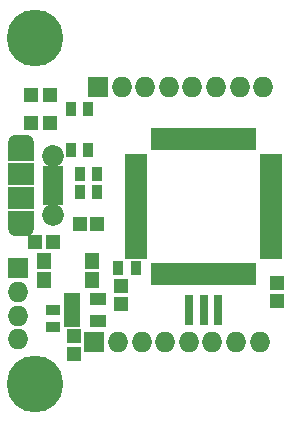
<source format=gbr>
G04 #@! TF.GenerationSoftware,KiCad,Pcbnew,no-vcs-found-33e0758~58~ubuntu16.04.1*
G04 #@! TF.CreationDate,2018-02-07T18:59:58+01:00*
G04 #@! TF.ProjectId,ultrawidebridge,756C747261776964656272696467652E,rev?*
G04 #@! TF.FileFunction,Soldermask,Top*
G04 #@! TF.FilePolarity,Negative*
%FSLAX46Y46*%
G04 Gerber Fmt 4.6, Leading zero omitted, Abs format (unit mm)*
G04 Created by KiCad (PCBNEW no-vcs-found-33e0758~58~ubuntu16.04.1) date Wed Feb  7 18:59:58 2018*
%MOMM*%
%LPD*%
G01*
G04 APERTURE LIST*
%ADD10C,0.100000*%
%ADD11C,4.800000*%
%ADD12R,1.900000X0.950000*%
%ADD13R,0.950000X1.900000*%
%ADD14R,2.300000X1.900000*%
%ADD15C,1.850000*%
%ADD16R,1.750000X0.800000*%
%ADD17O,2.300000X1.600000*%
%ADD18R,2.300000X1.600000*%
%ADD19R,1.150000X1.200000*%
%ADD20R,1.200000X1.150000*%
%ADD21R,1.200000X1.200000*%
%ADD22O,1.750000X1.750000*%
%ADD23R,1.750000X1.750000*%
%ADD24R,1.300000X1.400000*%
%ADD25R,0.900000X1.300000*%
%ADD26R,1.300000X0.900000*%
%ADD27R,1.460000X1.050000*%
%ADD28R,0.800000X2.500000*%
G04 APERTURE END LIST*
D10*
D11*
X162250000Y-144750000D03*
D12*
X170800000Y-125750000D03*
X170800000Y-126550000D03*
X170800000Y-127350000D03*
X170800000Y-128150000D03*
X170800000Y-128950000D03*
X170800000Y-129750000D03*
X170800000Y-130550000D03*
X170800000Y-131350000D03*
X170800000Y-132150000D03*
X170800000Y-132950000D03*
X170800000Y-133750000D03*
D13*
X172500000Y-135450000D03*
X173300000Y-135450000D03*
X174100000Y-135450000D03*
X174900000Y-135450000D03*
X175700000Y-135450000D03*
X176500000Y-135450000D03*
X177300000Y-135450000D03*
X178100000Y-135450000D03*
X178900000Y-135450000D03*
X179700000Y-135450000D03*
X180500000Y-135450000D03*
D12*
X182200000Y-133750000D03*
X182200000Y-132950000D03*
X182200000Y-132150000D03*
X182200000Y-131350000D03*
X182200000Y-130550000D03*
X182200000Y-129750000D03*
X182200000Y-128950000D03*
X182200000Y-128150000D03*
X182200000Y-127350000D03*
X182200000Y-126550000D03*
X182200000Y-125750000D03*
D13*
X180500000Y-124050000D03*
X179700000Y-124050000D03*
X178900000Y-124050000D03*
X178100000Y-124050000D03*
X177300000Y-124050000D03*
X176500000Y-124050000D03*
X175700000Y-124050000D03*
X174900000Y-124050000D03*
X174100000Y-124050000D03*
X173300000Y-124050000D03*
X172500000Y-124050000D03*
D14*
X161050000Y-129000000D03*
D15*
X163750000Y-125500000D03*
D16*
X163750000Y-127350000D03*
X163750000Y-126700000D03*
X163750000Y-129300000D03*
X163750000Y-128650000D03*
X163750000Y-128000000D03*
D15*
X163750000Y-130500000D03*
D14*
X161050000Y-127000000D03*
D17*
X161050000Y-124500000D03*
X161050000Y-131500000D03*
D18*
X161050000Y-130900000D03*
X161050000Y-125100000D03*
D19*
X165500000Y-140750000D03*
X165500000Y-142250000D03*
D20*
X162250000Y-132750000D03*
X163750000Y-132750000D03*
D19*
X182750000Y-137750000D03*
X182750000Y-136250000D03*
D20*
X167500000Y-131250000D03*
X166000000Y-131250000D03*
D21*
X169500000Y-136450000D03*
X169500000Y-138050000D03*
X161925000Y-122650000D03*
X163525000Y-122650000D03*
X161925000Y-120300000D03*
X163525000Y-120300000D03*
D22*
X181550000Y-119600000D03*
X179550000Y-119600000D03*
X177550000Y-119600000D03*
X175550000Y-119600000D03*
X173550000Y-119600000D03*
X171550000Y-119600000D03*
X169550000Y-119600000D03*
D23*
X167550000Y-119600000D03*
D22*
X181250000Y-141250000D03*
X179250000Y-141250000D03*
X177250000Y-141250000D03*
X175250000Y-141250000D03*
X173250000Y-141250000D03*
X171250000Y-141250000D03*
X169250000Y-141250000D03*
D23*
X167250000Y-141250000D03*
D22*
X160750000Y-141000000D03*
X160750000Y-139000000D03*
X160750000Y-137000000D03*
D23*
X160750000Y-135000000D03*
D24*
X167050000Y-136000000D03*
X167050000Y-134400000D03*
X162950000Y-136000000D03*
X162950000Y-134400000D03*
D25*
X167500000Y-127000000D03*
X166000000Y-127000000D03*
X166000000Y-128500000D03*
X167500000Y-128500000D03*
D26*
X163750000Y-138500000D03*
X163750000Y-140000000D03*
D25*
X169250000Y-135000000D03*
X170750000Y-135000000D03*
X166750000Y-125000000D03*
X165250000Y-125000000D03*
X165250000Y-121500000D03*
X166750000Y-121500000D03*
D27*
X165400000Y-137550000D03*
X165400000Y-138500000D03*
X165400000Y-139450000D03*
X167600000Y-139450000D03*
X167600000Y-137550000D03*
D28*
X175300000Y-138500000D03*
X176500000Y-138500000D03*
X177700000Y-138500000D03*
D11*
X162250000Y-115500000D03*
M02*

</source>
